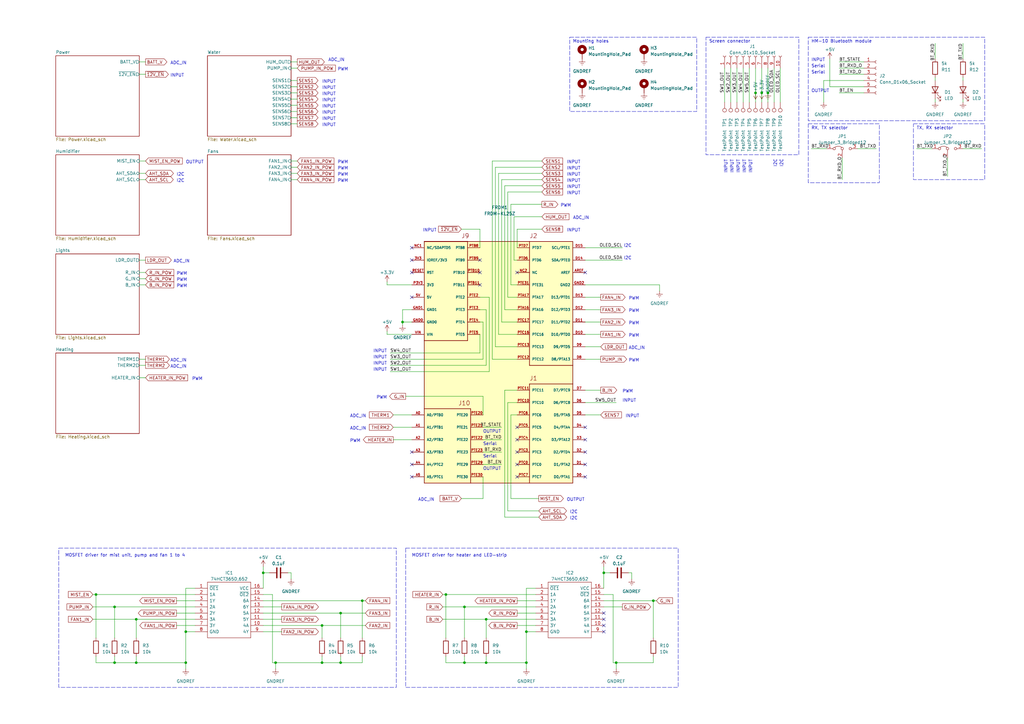
<source format=kicad_sch>
(kicad_sch (version 20230121) (generator eeschema)
  (paper "A3")
  (title_block (title "Greenhouse project FRDM-KL25Z hat") (date "18-03-2023") (rev "v5.0") (company "OnlyPlants") (comment 1 "Author: Emiel Visser"))
  (junction (at 199.39 271.78))
  (junction (at 215.9 271.78))
  (junction (at 148.59 246.38))
  (junction (at 215.9 259.08))
  (junction (at 247.65 234.95))
  (junction (at 55.88 254))
  (junction (at 190.5 271.78))
  (junction (at 139.7 271.78))
  (junction (at 267.97 246.38))
  (junction (at 46.99 248.92))
  (junction (at 309.88 38.1))
  (junction (at 107.95 234.95))
  (junction (at 132.08 271.78))
  (junction (at 199.39 254))
  (junction (at 190.5 248.92))
  (junction (at 132.08 256.54))
  (junction (at 76.2 259.08))
  (junction (at 182.88 243.84))
  (junction (at 55.88 271.78))
  (junction (at 113.03 271.78))
  (junction (at 252.73 271.78))
  (junction (at 39.37 243.84))
  (junction (at 46.99 271.78))
  (junction (at 312.42 38.1))
  (junction (at 139.7 251.46))
  (junction (at 314.96 38.1))
  (junction (at 165.1 132.08))
  (junction (at 76.2 271.78))
  (no_connect (at 212.09 175.26))
  (no_connect (at 247.65 251.46))
  (no_connect (at 247.65 254))
  (no_connect (at 168.91 121.92))
  (no_connect (at 212.09 195.58))
  (no_connect (at 240.03 175.26))
  (no_connect (at 212.09 190.5))
  (no_connect (at 212.09 111.76))
  (no_connect (at 240.03 185.42))
  (no_connect (at 212.09 185.42))
  (no_connect (at 240.03 190.5))
  (no_connect (at 247.65 259.08))
  (no_connect (at 212.09 180.34))
  (no_connect (at 240.03 111.76))
  (no_connect (at 168.91 111.76))
  (no_connect (at 168.91 106.68))
  (no_connect (at 240.03 180.34))
  (no_connect (at 196.85 111.76))
  (no_connect (at 168.91 190.5))
  (no_connect (at 196.85 116.84))
  (no_connect (at 168.91 195.58))
  (no_connect (at 168.91 185.42))
  (no_connect (at 247.65 256.54))
  (no_connect (at 240.03 195.58))
  (no_connect (at 196.85 106.68))
  (no_connect (at 168.91 101.6))
  (wire (pts (xy 182.88 271.78) (xy 190.5 271.78)))
  (wire (pts (xy 166.37 162.56) (xy 198.12 162.56)))
  (wire (pts (xy 198.12 190.5) (xy 205.74 190.5)))
  (wire (pts (xy 57.15 149.86) (xy 59.69 149.86)))
  (wire (pts (xy 222.25 73.66) (xy 205.74 73.66)))
  (wire (pts (xy 207.01 76.2) (xy 207.01 127)))
  (wire (pts (xy 209.55 83.82) (xy 209.55 116.84)))
  (wire (pts (xy 205.74 175.26) (xy 198.12 175.26)))
  (wire (pts (xy 259.08 234.95) (xy 257.81 234.95)))
  (wire (pts (xy 55.88 254) (xy 80.01 254)))
  (wire (pts (xy 119.38 25.4) (xy 121.92 25.4)))
  (wire (pts (xy 251.46 271.78) (xy 252.73 271.78)))
  (wire (pts (xy 240.03 165.1) (xy 252.73 165.1)))
  (wire (pts (xy 46.99 248.92) (xy 46.99 261.62)))
  (wire (pts (xy 375.92 60.96) (xy 382.27 60.96)))
  (wire (pts (xy 344.17 38.1) (xy 354.33 38.1)))
  (wire (pts (xy 139.7 251.46) (xy 149.86 251.46)))
  (wire (pts (xy 198.12 162.56) (xy 198.12 170.18)))
  (wire (pts (xy 222.25 68.58) (xy 203.2 68.58)))
  (wire (pts (xy 182.88 243.84) (xy 182.88 261.62)))
  (wire (pts (xy 160.02 147.32) (xy 198.12 147.32)))
  (wire (pts (xy 222.25 88.9) (xy 210.82 88.9)))
  (wire (pts (xy 247.65 243.84) (xy 251.46 243.84)))
  (wire (pts (xy 189.23 204.47) (xy 198.12 204.47)))
  (wire (pts (xy 199.39 127) (xy 196.85 127)))
  (wire (pts (xy 148.59 246.38) (xy 149.86 246.38)))
  (wire (pts (xy 165.1 132.08) (xy 165.1 127)))
  (wire (pts (xy 57.15 73.66) (xy 59.69 73.66)))
  (wire (pts (xy 240.03 101.6) (xy 255.27 101.6)))
  (wire (pts (xy 219.71 241.3) (xy 215.9 241.3)))
  (wire (pts (xy 344.17 27.94) (xy 354.33 27.94)))
  (wire (pts (xy 302.26 27.94) (xy 302.26 41.91)))
  (wire (pts (xy 215.9 259.08) (xy 219.71 259.08)))
  (wire (pts (xy 314.96 41.91) (xy 314.96 38.1)))
  (wire (pts (xy 46.99 248.92) (xy 80.01 248.92)))
  (wire (pts (xy 119.38 234.95) (xy 118.11 234.95)))
  (wire (pts (xy 39.37 271.78) (xy 39.37 269.24)))
  (wire (pts (xy 215.9 274.32) (xy 215.9 271.78)))
  (wire (pts (xy 190.5 271.78) (xy 199.39 271.78)))
  (wire (pts (xy 388.62 64.77) (xy 388.62 72.39)))
  (wire (pts (xy 198.12 132.08) (xy 196.85 132.08)))
  (wire (pts (xy 139.7 269.24) (xy 139.7 271.78)))
  (wire (pts (xy 240.03 127) (xy 246.38 127)))
  (wire (pts (xy 182.88 271.78) (xy 182.88 269.24)))
  (wire (pts (xy 198.12 185.42) (xy 205.74 185.42)))
  (wire (pts (xy 107.95 234.95) (xy 110.49 234.95)))
  (wire (pts (xy 76.2 259.08) (xy 76.2 271.78)))
  (wire (pts (xy 168.91 132.08) (xy 165.1 132.08)))
  (wire (pts (xy 57.15 116.84) (xy 59.69 116.84)))
  (wire (pts (xy 196.85 144.78) (xy 196.85 137.16)))
  (wire (pts (xy 165.1 133.35) (xy 165.1 132.08)))
  (wire (pts (xy 107.95 246.38) (xy 148.59 246.38)))
  (wire (pts (xy 107.95 243.84) (xy 111.76 243.84)))
  (wire (pts (xy 212.09 256.54) (xy 219.71 256.54)))
  (wire (pts (xy 39.37 243.84) (xy 39.37 261.62)))
  (wire (pts (xy 119.38 43.18) (xy 121.92 43.18)))
  (wire (pts (xy 317.5 27.94) (xy 317.5 41.91)))
  (wire (pts (xy 76.2 274.32) (xy 76.2 271.78)))
  (wire (pts (xy 38.1 254) (xy 55.88 254)))
  (wire (pts (xy 132.08 271.78) (xy 113.03 271.78)))
  (wire (pts (xy 132.08 256.54) (xy 149.86 256.54)))
  (wire (pts (xy 209.55 204.47) (xy 209.55 170.18)))
  (wire (pts (xy 240.03 170.18) (xy 246.38 170.18)))
  (wire (pts (xy 57.15 106.68) (xy 59.69 106.68)))
  (wire (pts (xy 132.08 269.24) (xy 132.08 271.78)))
  (wire (pts (xy 383.54 40.64) (xy 383.54 41.91)))
  (wire (pts (xy 309.88 38.1) (xy 309.88 41.91)))
  (wire (pts (xy 198.12 204.47) (xy 198.12 195.58)))
  (wire (pts (xy 39.37 271.78) (xy 46.99 271.78)))
  (wire (pts (xy 320.04 27.94) (xy 320.04 41.91)))
  (wire (pts (xy 383.54 17.78) (xy 383.54 24.13)))
  (wire (pts (xy 119.38 27.94) (xy 121.92 27.94)))
  (wire (pts (xy 38.1 248.92) (xy 46.99 248.92)))
  (wire (pts (xy 247.65 234.95) (xy 247.65 241.3)))
  (wire (pts (xy 240.03 106.68) (xy 255.27 106.68)))
  (wire (pts (xy 80.01 241.3) (xy 76.2 241.3)))
  (wire (pts (xy 212.09 246.38) (xy 219.71 246.38)))
  (wire (pts (xy 220.98 209.55) (xy 208.28 209.55)))
  (wire (pts (xy 161.29 180.34) (xy 168.91 180.34)))
  (wire (pts (xy 240.03 142.24) (xy 246.38 142.24)))
  (wire (pts (xy 314.96 27.94) (xy 314.96 38.1)))
  (wire (pts (xy 215.9 259.08) (xy 215.9 271.78)))
  (wire (pts (xy 252.73 271.78) (xy 267.97 271.78)))
  (wire (pts (xy 270.51 116.84) (xy 240.03 116.84)))
  (wire (pts (xy 107.95 234.95) (xy 107.95 241.3)))
  (wire (pts (xy 190.5 269.24) (xy 190.5 271.78)))
  (wire (pts (xy 309.88 27.94) (xy 309.88 38.1)))
  (wire (pts (xy 107.95 232.41) (xy 107.95 234.95)))
  (wire (pts (xy 107.95 256.54) (xy 132.08 256.54)))
  (wire (pts (xy 222.25 71.12) (xy 204.47 71.12)))
  (wire (pts (xy 158.75 115.57) (xy 158.75 116.84)))
  (wire (pts (xy 57.15 71.12) (xy 59.69 71.12)))
  (wire (pts (xy 222.25 66.04) (xy 201.93 66.04)))
  (wire (pts (xy 212.09 251.46) (xy 219.71 251.46)))
  (wire (pts (xy 267.97 246.38) (xy 269.24 246.38)))
  (wire (pts (xy 119.38 33.02) (xy 121.92 33.02)))
  (wire (pts (xy 220.98 212.09) (xy 207.01 212.09)))
  (wire (pts (xy 220.98 204.47) (xy 209.55 204.47)))
  (wire (pts (xy 160.02 144.78) (xy 196.85 144.78)))
  (wire (pts (xy 160.02 152.4) (xy 200.66 152.4)))
  (wire (pts (xy 394.97 17.78) (xy 394.97 24.13)))
  (wire (pts (xy 190.5 248.92) (xy 190.5 261.62)))
  (wire (pts (xy 72.39 256.54) (xy 80.01 256.54)))
  (wire (pts (xy 208.28 209.55) (xy 208.28 165.1)))
  (wire (pts (xy 57.15 25.4) (xy 59.69 25.4)))
  (wire (pts (xy 240.03 147.32) (xy 246.38 147.32)))
  (wire (pts (xy 198.12 147.32) (xy 198.12 132.08)))
  (wire (pts (xy 113.03 271.78) (xy 113.03 274.32)))
  (wire (pts (xy 240.03 132.08) (xy 246.38 132.08)))
  (wire (pts (xy 337.82 33.02) (xy 354.33 33.02)))
  (wire (pts (xy 46.99 269.24) (xy 46.99 271.78)))
  (wire (pts (xy 57.15 30.48) (xy 59.69 30.48)))
  (wire (pts (xy 247.65 232.41) (xy 247.65 234.95)))
  (wire (pts (xy 158.75 135.89) (xy 158.75 137.16)))
  (wire (pts (xy 57.15 66.04) (xy 59.69 66.04)))
  (wire (pts (xy 240.03 121.92) (xy 246.38 121.92)))
  (wire (pts (xy 209.55 170.18) (xy 212.09 170.18)))
  (wire (pts (xy 38.1 243.84) (xy 39.37 243.84)))
  (wire (pts (xy 337.82 41.91) (xy 337.82 33.02)))
  (wire (pts (xy 111.76 271.78) (xy 113.03 271.78)))
  (wire (pts (xy 119.38 66.04) (xy 121.92 66.04)))
  (wire (pts (xy 181.61 248.92) (xy 190.5 248.92)))
  (wire (pts (xy 209.55 116.84) (xy 212.09 116.84)))
  (wire (pts (xy 119.38 237.49) (xy 119.38 234.95)))
  (wire (pts (xy 307.34 27.94) (xy 307.34 41.91)))
  (wire (pts (xy 207.01 160.02) (xy 212.09 160.02)))
  (wire (pts (xy 160.02 149.86) (xy 199.39 149.86)))
  (wire (pts (xy 240.03 160.02) (xy 246.38 160.02)))
  (wire (pts (xy 182.88 243.84) (xy 219.71 243.84)))
  (wire (pts (xy 76.2 241.3) (xy 76.2 259.08)))
  (wire (pts (xy 270.51 119.38) (xy 270.51 116.84)))
  (wire (pts (xy 208.28 78.74) (xy 208.28 121.92)))
  (wire (pts (xy 119.38 45.72) (xy 121.92 45.72)))
  (wire (pts (xy 107.95 259.08) (xy 115.57 259.08)))
  (wire (pts (xy 297.18 27.94) (xy 297.18 41.91)))
  (wire (pts (xy 107.95 254) (xy 115.57 254)))
  (wire (pts (xy 119.38 35.56) (xy 121.92 35.56)))
  (wire (pts (xy 351.79 60.96) (xy 359.41 60.96)))
  (wire (pts (xy 196.85 93.98) (xy 196.85 101.6)))
  (wire (pts (xy 299.72 27.94) (xy 299.72 41.91)))
  (wire (pts (xy 201.93 147.32) (xy 212.09 147.32)))
  (wire (pts (xy 161.29 170.18) (xy 168.91 170.18)))
  (wire (pts (xy 208.28 165.1) (xy 212.09 165.1)))
  (wire (pts (xy 304.8 27.94) (xy 304.8 41.91)))
  (wire (pts (xy 119.38 38.1) (xy 121.92 38.1)))
  (wire (pts (xy 207.01 127) (xy 212.09 127)))
  (wire (pts (xy 383.54 31.75) (xy 383.54 33.02)))
  (wire (pts (xy 312.42 41.91) (xy 312.42 38.1)))
  (wire (pts (xy 247.65 234.95) (xy 250.19 234.95)))
  (wire (pts (xy 208.28 121.92) (xy 212.09 121.92)))
  (wire (pts (xy 148.59 271.78) (xy 139.7 271.78)))
  (wire (pts (xy 267.97 246.38) (xy 267.97 261.62)))
  (wire (pts (xy 148.59 269.24) (xy 148.59 271.78)))
  (wire (pts (xy 222.25 83.82) (xy 209.55 83.82)))
  (wire (pts (xy 312.42 27.94) (xy 312.42 38.1)))
  (wire (pts (xy 158.75 116.84) (xy 168.91 116.84)))
  (wire (pts (xy 139.7 251.46) (xy 139.7 261.62)))
  (wire (pts (xy 204.47 137.16) (xy 212.09 137.16)))
  (wire (pts (xy 148.59 246.38) (xy 148.59 261.62)))
  (wire (pts (xy 394.97 60.96) (xy 402.59 60.96)))
  (wire (pts (xy 394.97 40.64) (xy 394.97 41.91)))
  (wire (pts (xy 119.38 68.58) (xy 121.92 68.58)))
  (wire (pts (xy 204.47 71.12) (xy 204.47 137.16)))
  (wire (pts (xy 119.38 73.66) (xy 121.92 73.66)))
  (wire (pts (xy 76.2 259.08) (xy 80.01 259.08)))
  (wire (pts (xy 354.33 35.56) (xy 340.36 35.56)))
  (wire (pts (xy 203.2 68.58) (xy 203.2 142.24)))
  (wire (pts (xy 107.95 248.92) (xy 115.57 248.92)))
  (wire (pts (xy 215.9 241.3) (xy 215.9 259.08)))
  (wire (pts (xy 252.73 271.78) (xy 252.73 274.32)))
  (wire (pts (xy 72.39 251.46) (xy 80.01 251.46)))
  (wire (pts (xy 46.99 271.78) (xy 55.88 271.78)))
  (wire (pts (xy 247.65 248.92) (xy 255.27 248.92)))
  (wire (pts (xy 344.17 25.4) (xy 354.33 25.4)))
  (wire (pts (xy 205.74 132.08) (xy 212.09 132.08)))
  (wire (pts (xy 251.46 243.84) (xy 251.46 271.78)))
  (wire (pts (xy 203.2 142.24) (xy 212.09 142.24)))
  (wire (pts (xy 107.95 251.46) (xy 139.7 251.46)))
  (wire (pts (xy 199.39 271.78) (xy 215.9 271.78)))
  (wire (pts (xy 119.38 50.8) (xy 121.92 50.8)))
  (wire (pts (xy 119.38 40.64) (xy 121.92 40.64)))
  (wire (pts (xy 189.23 93.98) (xy 196.85 93.98)))
  (wire (pts (xy 72.39 246.38) (xy 80.01 246.38)))
  (wire (pts (xy 199.39 149.86) (xy 199.39 127)))
  (wire (pts (xy 55.88 254) (xy 55.88 261.62)))
  (wire (pts (xy 161.29 175.26) (xy 168.91 175.26)))
  (wire (pts (xy 57.15 147.32) (xy 59.69 147.32)))
  (wire (pts (xy 332.74 60.96) (xy 339.09 60.96)))
  (wire (pts (xy 199.39 254) (xy 199.39 261.62)))
  (wire (pts (xy 394.97 31.75) (xy 394.97 33.02)))
  (wire (pts (xy 119.38 48.26) (xy 121.92 48.26)))
  (wire (pts (xy 210.82 88.9) (xy 210.82 106.68)))
  (wire (pts (xy 240.03 137.16) (xy 246.38 137.16)))
  (wire (pts (xy 139.7 271.78) (xy 132.08 271.78)))
  (wire (pts (xy 158.75 137.16) (xy 168.91 137.16)))
  (wire (pts (xy 119.38 71.12) (xy 121.92 71.12)))
  (wire (pts (xy 199.39 269.24) (xy 199.39 271.78)))
  (wire (pts (xy 39.37 243.84) (xy 80.01 243.84)))
  (wire (pts (xy 57.15 111.76) (xy 59.69 111.76)))
  (wire (pts (xy 222.25 76.2) (xy 207.01 76.2)))
  (wire (pts (xy 247.65 246.38) (xy 267.97 246.38)))
  (wire (pts (xy 55.88 271.78) (xy 76.2 271.78)))
  (wire (pts (xy 212.09 93.98) (xy 212.09 101.6)))
  (wire (pts (xy 200.66 121.92) (xy 196.85 121.92)))
  (wire (pts (xy 207.01 212.09) (xy 207.01 160.02)))
  (wire (pts (xy 345.44 73.66) (xy 345.44 64.77)))
  (wire (pts (xy 181.61 254) (xy 199.39 254)))
  (wire (pts (xy 132.08 256.54) (xy 132.08 261.62)))
  (wire (pts (xy 201.93 66.04) (xy 201.93 147.32)))
  (wire (pts (xy 212.09 93.98) (xy 222.25 93.98)))
  (wire (pts (xy 57.15 154.94) (xy 59.69 154.94)))
  (wire (pts (xy 344.17 30.48) (xy 354.33 30.48)))
  (wire (pts (xy 200.66 152.4) (xy 200.66 121.92)))
  (wire (pts (xy 259.08 237.49) (xy 259.08 234.95)))
  (wire (pts (xy 111.76 243.84) (xy 111.76 271.78)))
  (wire (pts (xy 181.61 243.84) (xy 182.88 243.84)))
  (wire (pts (xy 57.15 114.3) (xy 59.69 114.3)))
  (wire (pts (xy 267.97 269.24) (xy 267.97 271.78)))
  (wire (pts (xy 340.36 24.13) (xy 340.36 35.56)))
  (wire (pts (xy 190.5 248.92) (xy 219.71 248.92)))
  (wire (pts (xy 222.25 78.74) (xy 208.28 78.74)))
  (wire (pts (xy 55.88 269.24) (xy 55.88 271.78)))
  (wire (pts (xy 210.82 106.68) (xy 212.09 106.68)))
  (wire (pts (xy 205.74 73.66) (xy 205.74 132.08)))
  (wire (pts (xy 198.12 180.34) (xy 205.74 180.34)))
  (wire (pts (xy 165.1 127) (xy 168.91 127)))
  (wire (pts (xy 199.39 254) (xy 219.71 254)))
  (rectangle (start 289.56 15.24) (end 327.66 63.5) (stroke (width 0) (type dash)))
  (rectangle (start 374.65 50.8) (end 403.86 73.66) (stroke (width 0) (type dash)))
  (rectangle (start 166.37 224.79) (end 278.13 281.94) (stroke (width 0) (type dash)))
  (rectangle (start 331.47 50.8) (end 360.68 74.93) (stroke (width 0) (type dash)))
  (rectangle (start 24.13 224.79) (end 162.56 281.94) (stroke (width 0) (type dash)))
  (rectangle (start 331.47 15.24) (end 403.86 49.53) (stroke (width 0) (type dash)))
  (rectangle (start 233.68 15.24) (end 285.75 45.72) (stroke (width 0) (type dash)))
  (text "INPUT" (at 69.85 31.75 0) (effects (font (size 1.27 1.27)) (justify left bottom)))
  (text "I2C" (at 233.68 210.82 0) (effects (font (size 1.27 1.27)) (justify left bottom)))
  (text "ADC_IN" (at 71.12 107.95 0) (effects (font (size 1.27 1.27)) (justify left bottom)))
  (text "INPUT" (at 232.41 67.31 0) (effects (font (size 1.27 1.27)) (justify left bottom)))
  (text "ADC_IN" (at 69.85 151.13 0) (effects (font (size 1.27 1.27)) (justify left bottom)))
  (text "INPUT" (at 332.74 25.4 0) (effects (font (size 1.27 1.27)) (justify left bottom)))
  (text "ADC_IN" (at 134.62 25.4 0) (effects (font (size 1.27 1.27)) (justify left bottom)))
  (text "PWM" (at 257.81 133.35 0) (effects (font (size 1.27 1.27)) (justify left bottom)))
  (text "OUTPUT" (at 232.41 205.74 0) (effects (font (size 1.27 1.27)) (justify left bottom)))
  (text "I2C" (at 259.08 106.68 0) (effects (font (size 1.27 1.27)) (justify right bottom)))
  (text "INPUT" (at 306.07 71.12 90) (effects (font (size 1.27 1.27)) (justify left bottom)))
  (text "INPUT" (at 232.41 69.85 0) (effects (font (size 1.27 1.27)) (justify left bottom)))
  (text "TX, RX selector" (at 375.92 53.34 0) (effects (font (size 1.27 1.27)) (justify left bottom)))
  (text "INPUT" (at 232.41 95.25 0) (effects (font (size 1.27 1.27)) (justify left bottom)))
  (text "I2C" (at 321.31 68.58 90) (effects (font (size 1.27 1.27)) (justify left bottom)))
  (text "PWM" (at 78.74 156.21 0) (effects (font (size 1.27 1.27)) (justify left bottom)))
  (text "PWM" (at 257.81 148.59 0) (effects (font (size 1.27 1.27)) (justify left bottom)))
  (text "ADC_IN" (at 143.51 171.45 0) (effects (font (size 1.27 1.27)) (justify left bottom)))
  (text "INPUT" (at 132.08 46.99 0) (effects (font (size 1.27 1.27)) (justify left bottom)))
  (text "Screen connector" (at 290.83 17.78 0) (effects (font (size 1.27 1.27)) (justify left bottom)))
  (text "PWM" (at 72.39 118.11 0) (effects (font (size 1.27 1.27)) (justify left bottom)))
  (text "INPUT" (at 300.99 71.12 90) (effects (font (size 1.27 1.27)) (justify left bottom)))
  (text "INPUT" (at 232.41 77.47 0) (effects (font (size 1.27 1.27)) (justify left bottom)))
  (text "I2C" (at 318.77 68.58 90) (effects (font (size 1.27 1.27)) (justify left bottom)))
  (text "INPUT" (at 158.75 147.32 0) (effects (font (size 1.27 1.27)) (justify right bottom)))
  (text "PWM" (at 257.81 138.43 0) (effects (font (size 1.27 1.27)) (justify left bottom)))
  (text "PWM" (at 143.51 181.61 0) (effects (font (size 1.27 1.27)) (justify left bottom)))
  (text "I2C" (at 72.39 72.39 0) (effects (font (size 1.27 1.27)) (justify left bottom)))
  (text "OUTPUT" (at 198.12 193.04 0) (effects (font (size 1.27 1.27)) (justify left bottom)))
  (text "PWM" (at 138.43 67.31 0) (effects (font (size 1.27 1.27)) (justify left bottom)))
  (text "INPUT" (at 256.54 171.45 0) (effects (font (size 1.27 1.27)) (justify left bottom)))
  (text "INPUT" (at 308.61 71.12 90) (effects (font (size 1.27 1.27)) (justify left bottom)))
  (text "ADC_IN" (at 69.85 148.59 0) (effects (font (size 1.27 1.27)) (justify left bottom)))
  (text "PWM" (at 138.43 29.21 0) (effects (font (size 1.27 1.27)) (justify left bottom)))
  (text "ADC_IN" (at 171.45 205.74 0) (effects (font (size 1.27 1.27)) (justify left bottom)))
  (text "INPUT" (at 132.08 41.91 0) (effects (font (size 1.27 1.27)) (justify left bottom)))
  (text "PWM" (at 72.39 115.57 0) (effects (font (size 1.27 1.27)) (justify left bottom)))
  (text "PWM" (at 255.27 161.29 0) (effects (font (size 1.27 1.27)) (justify left bottom)))
  (text "PWM" (at 257.81 123.19 0) (effects (font (size 1.27 1.27)) (justify left bottom)))
  (text "I2C" (at 233.68 213.36 0) (effects (font (size 1.27 1.27)) (justify left bottom)))
  (text "INPUT" (at 132.08 34.29 0) (effects (font (size 1.27 1.27)) (justify left bottom)))
  (text "Serial" (at 332.74 27.94 0) (effects (font (size 1.27 1.27)) (justify left bottom)))
  (text "MOSFET driver for heater and LED-strip" (at 168.91 228.6 0) (effects (font (size 1.27 1.27)) (justify left bottom)))
  (text "Serial" (at 198.12 187.96 0) (effects (font (size 1.27 1.27)) (justify left bottom)))
  (text "Mounting holes" (at 234.95 17.78 0) (effects (font (size 1.27 1.27)) (justify left bottom)))
  (text "INPUT" (at 132.08 36.83 0) (effects (font (size 1.27 1.27)) (justify left bottom)))
  (text "Serial" (at 198.12 182.88 0) (effects (font (size 1.27 1.27)) (justify left bottom)))
  (text "PWM" (at 158.75 163.83 0) (effects (font (size 1.27 1.27)) (justify right bottom)))
  (text "OUTPUT" (at 332.74 38.1 0) (effects (font (size 1.27 1.27)) (justify left bottom)))
  (text "INPUT" (at 158.75 152.4 0) (effects (font (size 1.27 1.27)) (justify right bottom)))
  (text "ADC_IN" (at 143.51 176.53 0) (effects (font (size 1.27 1.27)) (justify left bottom)))
  (text "PWM" (at 138.43 72.39 0) (effects (font (size 1.27 1.27)) (justify left bottom)))
  (text "MOSFET driver for mist unit, pump and fan 1 to 4" (at 26.67 228.6 0) (effects (font (size 1.27 1.27)) (justify left bottom)))
  (text "HM-10 Bluetooth module" (at 332.74 17.78 0) (effects (font (size 1.27 1.27)) (justify left bottom)))
  (text "Serial" (at 332.74 30.48 0) (effects (font (size 1.27 1.27)) (justify left bottom)))
  (text "PWM" (at 229.87 85.09 0) (effects (font (size 1.27 1.27)) (justify left bottom)))
  (text "ADC_IN" (at 257.81 143.51 0) (effects (font (size 1.27 1.27)) (justify left bottom)))
  (text "INPUT" (at 158.75 149.86 0) (effects (font (size 1.27 1.27)) (justify right bottom)))
  (text "INPUT" (at 232.41 80.01 0) (effects (font (size 1.27 1.27)) (justify left bottom)))
  (text "RX, TX selector" (at 332.74 53.34 0) (effects (font (size 1.27 1.27)) (justify left bottom)))
  (text "ADC_IN" (at 69.85 26.67 0) (effects (font (size 1.27 1.27)) (justify left bottom)))
  (text "PWM" (at 138.43 74.93 0) (effects (font (size 1.27 1.27)) (justify left bottom)))
  (text "INPUT" (at 303.53 71.12 90) (effects (font (size 1.27 1.27)) (justify left bottom)))
  (text "I2C" (at 259.08 101.6 0) (effects (font (size 1.27 1.27)) (justify right bottom)))
  (text "INPUT" (at 232.41 74.93 0) (effects (font (size 1.27 1.27)) (justify left bottom)))
  (text "INPUT" (at 132.08 39.37 0) (effects (font (size 1.27 1.27)) (justify left bottom)))
  (text "INPUT" (at 132.08 52.07 0) (effects (font (size 1.27 1.27)) (justify left bottom)))
  (text "INPUT" (at 232.41 72.39 0) (effects (font (size 1.27 1.27)) (justify left bottom)))
  (text "INPUT" (at 179.07 95.25 0) (effects (font (size 1.27 1.27)) (justify right bottom)))
  (text "INPUT" (at 298.45 71.12 90) (effects (font (size 1.27 1.27)) (justify left bottom)))
  (text "ADC_IN" (at 234.95 90.17 0) (effects (font (size 1.27 1.27)) (justify left bottom)))
  (text "INPUT" (at 132.08 44.45 0) (effects (font (size 1.27 1.27)) (justify left bottom)))
  (text "I2C" (at 72.39 74.93 0) (effects (font (size 1.27 1.27)) (justify left bottom)))
  (text "PWM" (at 72.39 113.03 0) (effects (font (size 1.27 1.27)) (justify left bottom)))
  (text "INPUT" (at 255.27 165.1 0) (effects (font (size 1.27 1.27)) (justify left bottom)))
  (text "PWM" (at 138.43 69.85 0) (effects (font (size 1.27 1.27)) (justify left bottom)))
  (text "INPUT" (at 132.08 49.53 0) (effects (font (size 1.27 1.27)) (justify left bottom)))
  (text "OUTPUT" (at 76.2 67.31 0) (effects (font (size 1.27 1.27)) (justify left bottom)))
  (text "INPUT" (at 158.75 144.78 0) (effects (font (size 1.27 1.27)) (justify right bottom)))
  (text "OUTPUT" (at 198.12 177.8 0) (effects (font (size 1.27 1.27)) (justify left bottom)))
  (text "PWM" (at 257.81 128.27 0) (effects (font (size 1.27 1.27)) (justify left bottom)))
  (label "BT_RXD" (at 332.74 60.96 0))
  (label "BT_EN" (at 205.74 190.5 180))
  (label "SW1_OUT" (at 297.18 38.1 90))
  (label "BT_STATE" (at 344.17 25.4 0))
  (label "SW5_OUT" (at 252.73 165.1 180))
  (label "SW3_OUT" (at 160.02 147.32 0))
  (label "BT_TXD" (at 359.41 60.96 180))
  (label "BT_STATE" (at 205.74 175.26 180))
  (label "SW1_OUT" (at 160.02 152.4 0))
  (label "SW2_OUT" (at 299.72 38.1 90))
  (label "OLED_SDA" (at 317.5 38.1 90))
  (label "OLED_SCL" (at 320.04 38.1 90))
  (label "BT_RXD" (at 402.59 60.96 180))
  (label "OLED_SDA" (at 255.27 106.68 180))
  (label "BT_EN" (at 344.17 38.1 0))
  (label "SW4_OUT" (at 304.8 38.1 90))
  (label "BT_TXD" (at 205.74 180.34 180))
  (label "SW4_OUT" (at 160.02 144.78 0))
  (label "SW2_OUT" (at 160.02 149.86 0))
  (label "SW3_OUT" (at 302.26 38.1 90))
  (label "BT_TXD_O" (at 388.62 72.39 90))
  (label "OLED_SCL" (at 255.27 101.6 180))
  (label "SW5_OUT" (at 307.34 38.1 90))
  (label "BT_RXD_O" (at 345.44 73.66 90))
  (label "BT_RXD_O" (at 344.17 27.94 0))
  (label "BT_RXD" (at 383.54 17.78 270))
  (label "BT_TXD_O" (at 344.17 30.48 0))
  (label "BT_TXD" (at 375.92 60.96 0))
  (label "BT_RXD" (at 205.74 185.42 180))
  (label "BT_TXD" (at 394.97 17.78 270))
  (global_label "R_IN_POW" (shape input) (at 59.69 111.76 0) (property "Intersheetrefs" "${INTERSHEET_REFS}" (effects hide)))
  (global_label "~{12V_EN}" (shape input) (at 189.23 93.98 180) (property "Intersheetrefs" "${INTERSHEET_REFS}" (effects hide)))
  (global_label "R_IN" (shape output) (at 222.25 83.82 0) (property "Intersheetrefs" "${INTERSHEET_REFS}" (effects hide)))
  (global_label "PUMP_IN_POW" (shape input) (at 121.92 27.94 0) (property "Intersheetrefs" "${INTERSHEET_REFS}" (effects hide)))
  (global_label "FAN3_IN_POW" (shape output) (at 115.57 254 0) (property "Intersheetrefs" "${INTERSHEET_REFS}" (effects hide)))
  (global_label "HEATER_IN" (shape output) (at 161.29 180.34 180) (property "Intersheetrefs" "${INTERSHEET_REFS}" (effects hide)))
  (global_label "B_IN" (shape input) (at 181.61 254 180) (property "Intersheetrefs" "${INTERSHEET_REFS}" (effects hide)))
  (global_label "MIST_EN" (shape input) (at 38.1 243.84 180) (property "Intersheetrefs" "${INTERSHEET_REFS}" (effects hide)))
  (global_label "MIST_EN_POW" (shape output) (at 72.39 246.38 180) (property "Intersheetrefs" "${INTERSHEET_REFS}" (effects hide)))
  (global_label "HUM_OUT" (shape input) (at 222.25 88.9 0) (property "Intersheetrefs" "${INTERSHEET_REFS}" (effects hide)))
  (global_label "FAN1_IN_POW" (shape input) (at 121.92 66.04 0) (property "Intersheetrefs" "${INTERSHEET_REFS}" (effects hide)))
  (global_label "B_IN_POW" (shape output) (at 212.09 256.54 180) (property "Intersheetrefs" "${INTERSHEET_REFS}" (effects hide)))
  (global_label "PUMP_IN_POW" (shape output) (at 72.39 251.46 180) (property "Intersheetrefs" "${INTERSHEET_REFS}" (effects hide)))
  (global_label "G_IN_POW" (shape output) (at 255.27 248.92 0) (property "Intersheetrefs" "${INTERSHEET_REFS}" (effects hide)))
  (global_label "AHT_SDA" (shape bidirectional) (at 59.69 71.12 0) (property "Intersheetrefs" "${INTERSHEET_REFS}" (effects hide)))
  (global_label "~{12V_EN}" (shape output) (at 59.69 30.48 0) (property "Intersheetrefs" "${INTERSHEET_REFS}" (effects hide)))
  (global_label "G_IN" (shape input) (at 269.24 246.38 0) (property "Intersheetrefs" "${INTERSHEET_REFS}" (effects hide)))
  (global_label "R_IN_POW" (shape output) (at 212.09 251.46 180) (property "Intersheetrefs" "${INTERSHEET_REFS}" (effects hide)))
  (global_label "MIST_EN" (shape output) (at 220.98 204.47 0) (property "Intersheetrefs" "${INTERSHEET_REFS}" (effects hide)))
  (global_label "SENS4" (shape output) (at 121.92 40.64 0) (property "Intersheetrefs" "${INTERSHEET_REFS}" (effects hide)))
  (global_label "FAN1_IN" (shape input) (at 38.1 254 180) (property "Intersheetrefs" "${INTERSHEET_REFS}" (effects hide)))
  (global_label "SENS6" (shape output) (at 121.92 45.72 0) (property "Intersheetrefs" "${INTERSHEET_REFS}" (effects hide)))
  (global_label "SENS6" (shape input) (at 222.25 78.74 0) (property "Intersheetrefs" "${INTERSHEET_REFS}" (effects hide)))
  (global_label "SENS1" (shape output) (at 121.92 33.02 0) (property "Intersheetrefs" "${INTERSHEET_REFS}" (effects hide)))
  (global_label "HUM_OUT" (shape output) (at 121.92 25.4 0) (property "Intersheetrefs" "${INTERSHEET_REFS}" (effects hide)))
  (global_label "SENS4" (shape input) (at 222.25 73.66 0) (property "Intersheetrefs" "${INTERSHEET_REFS}" (effects hide)))
  (global_label "AHT_SDA" (shape bidirectional) (at 220.98 212.09 0) (property "Intersheetrefs" "${INTERSHEET_REFS}" (effects hide)))
  (global_label "HEATER_IN" (shape input) (at 181.61 243.84 180) (property "Intersheetrefs" "${INTERSHEET_REFS}" (effects hide)))
  (global_label "BATT_V" (shape input) (at 189.23 204.47 180) (property "Intersheetrefs" "${INTERSHEET_REFS}" (effects hide)))
  (global_label "MIST_EN_POW" (shape input) (at 59.69 66.04 0) (property "Intersheetrefs" "${INTERSHEET_REFS}" (effects hide)))
  (global_label "FAN2_IN" (shape output) (at 246.38 132.08 0) (property "Intersheetrefs" "${INTERSHEET_REFS}" (effects hide)))
  (global_label "FAN1_IN" (shape output) (at 246.38 137.16 0) (property "Intersheetrefs" "${INTERSHEET_REFS}" (effects hide)))
  (global_label "SENS1" (shape input) (at 222.25 66.04 0) (property "Intersheetrefs" "${INTERSHEET_REFS}" (effects hide)))
  (global_label "SENS7" (shape input) (at 246.38 170.18 0) (property "Intersheetrefs" "${INTERSHEET_REFS}" (effects hide)))
  (global_label "THERM2" (shape input) (at 161.29 175.26 180) (property "Intersheetrefs" "${INTERSHEET_REFS}" (effects hide)))
  (global_label "BATT_V" (shape output) (at 59.69 25.4 0) (property "Intersheetrefs" "${INTERSHEET_REFS}" (effects hide)))
  (global_label "FAN3_IN" (shape output) (at 246.38 127 0) (property "Intersheetrefs" "${INTERSHEET_REFS}" (effects hide)))
  (global_label "SENS3" (shape input) (at 222.25 71.12 0) (property "Intersheetrefs" "${INTERSHEET_REFS}" (effects hide)))
  (global_label "FAN2_IN_POW" (shape output) (at 115.57 259.08 0) (property "Intersheetrefs" "${INTERSHEET_REFS}" (effects hide)))
  (global_label "LDR_OUT" (shape input) (at 246.38 142.24 0) (property "Intersheetrefs" "${INTERSHEET_REFS}" (effects hide)))
  (global_label "PUMP_IN" (shape input) (at 38.1 248.92 180) (property "Intersheetrefs" "${INTERSHEET_REFS}" (effects hide)))
  (global_label "B_IN" (shape output) (at 246.38 160.02 0) (property "Intersheetrefs" "${INTERSHEET_REFS}" (effects hide)))
  (global_label "PUMP_IN" (shape output) (at 246.38 147.32 0) (property "Intersheetrefs" "${INTERSHEET_REFS}" (effects hide)))
  (global_label "THERM1" (shape output) (at 59.69 147.32 0) (property "Intersheetrefs" "${INTERSHEET_REFS}" (effects hide)))
  (global_label "G_IN" (shape output) (at 166.37 162.56 180) (property "Intersheetrefs" "${INTERSHEET_REFS}" (effects hide)))
  (global_label "HEATER_IN_POW" (shape input) (at 59.69 154.94 0) (property "Intersheetrefs" "${INTERSHEET_REFS}" (effects hide)))
  (global_label "THERM2" (shape output) (at 59.69 149.86 0) (property "Intersheetrefs" "${INTERSHEET_REFS}" (effects hide)))
  (global_label "FAN4_IN_POW" (shape input) (at 121.92 73.66 0) (property "Intersheetrefs" "${INTERSHEET_REFS}" (effects hide)))
  (global_label "FAN4_IN_POW" (shape output) (at 115.57 248.92 0) (property "Intersheetrefs" "${INTERSHEET_REFS}" (effects hide)))
  (global_label "SENS5" (shape output) (at 121.92 43.18 0) (property "Intersheetrefs" "${INTERSHEET_REFS}" (effects hide)))
  (global_label "FAN3_IN_POW" (shape input) (at 121.92 71.12 0) (property "Intersheetrefs" "${INTERSHEET_REFS}" (effects hide)))
  (global_label "AHT_SCL" (shape bidirectional) (at 220.98 209.55 0) (property "Intersheetrefs" "${INTERSHEET_REFS}" (effects hide)))
  (global_label "HEATER_IN_POW" (shape output) (at 212.09 246.38 180) (property "Intersheetrefs" "${INTERSHEET_REFS}" (effects hide)))
  (global_label "R_IN" (shape input) (at 181.61 248.92 180) (property "Intersheetrefs" "${INTERSHEET_REFS}" (effects hide)))
  (global_label "G_IN_POW" (shape input) (at 59.69 114.3 0) (property "Intersheetrefs" "${INTERSHEET_REFS}" (effects hide)))
  (global_label "SENS7" (shape output) (at 121.92 48.26 0) (property "Intersheetrefs" "${INTERSHEET_REFS}" (effects hide)))
  (global_label "SENS3" (shape output) (at 121.92 38.1 0) (property "Intersheetrefs" "${INTERSHEET_REFS}" (effects hide)))
  (global_label "FAN1_IN_POW" (shape output) (at 72.39 256.54 180) (property "Intersheetrefs" "${INTERSHEET_REFS}" (effects hide)))
  (global_label "FAN4_IN" (shape input) (at 149.86 246.38 0) (property "Intersheetrefs" "${INTERSHEET_REFS}" (effects hide)))
  (global_label "SENS8" (shape output) (at 121.92 50.8 0) (property "Intersheetrefs" "${INTERSHEET_REFS}" (effects hide)))
  (global_label "FAN4_IN" (shape output) (at 246.38 121.92 0) (property "Intersheetrefs" "${INTERSHEET_REFS}" (effects hide)))
  (global_label "FAN2_IN_POW" (shape input) (at 121.92 68.58 0) (property "Intersheetrefs" "${INTERSHEET_REFS}" (effects hide)))
  (global_label "FAN3_IN" (shape input) (at 149.86 251.46 0) (property "Intersheetrefs" "${INTERSHEET_REFS}" (effects hide)))
  (global_label "FAN2_IN" (shape input) (at 149.86 256.54 0) (property "Intersheetrefs" "${INTERSHEET_REFS}" (effects hide)))
  (global_label "SENS2" (shape input) (at 222.25 68.58 0) (property "Intersheetrefs" "${INTERSHEET_REFS}" (effects hide)))
  (global_label "SENS2" (shape output) (at 121.92 35.56 0) (property "Intersheetrefs" "${INTERSHEET_REFS}" (effects hide)))
  (global_label "THERM1" (shape input) (at 161.29 170.18 180) (property "Intersheetrefs" "${INTERSHEET_REFS}" (effects hide)))
  (global_label "AHT_SCL" (shape bidirectional) (at 59.69 73.66 0) (property "Intersheetrefs" "${INTERSHEET_REFS}" (effects hide)))
  (global_label "LDR_OUT" (shape output) (at 59.69 106.68 0) (property "Intersheetrefs" "${INTERSHEET_REFS}" (effects hide)))
  (global_label "SENS8" (shape input) (at 222.25 93.98 0) (property "Intersheetrefs" "${INTERSHEET_REFS}" (effects hide)))
  (global_label "B_IN_POW" (shape input) (at 59.69 116.84 0) (property "Intersheetrefs" "${INTERSHEET_REFS}" (effects hide)))
  (global_label "SENS5" (shape input) (at 222.25 76.2 0) (property "Intersheetrefs" "${INTERSHEET_REFS}" (effects hide)))
  (symbol (lib_id "Device:R") (at 182.88 265.43 180) (unit 1)
    (property "Reference" "R7" (at 185.42 264.795 0) (effects (justify right)))
    (property "Value" "10k" (at 185.42 267.335 0) (effects (justify right)))
    (property "Footprint" "Resistor_SMD:R_1206_3216Metric_Pad1.30x1.75mm_HandSolder" (effects hide))
  )
  (symbol (lib_id "Device:R") (at 55.88 265.43 180) (unit 1)
    (property "Reference" "R3" (at 58.42 264.795 0) (effects (justify right)))
    (property "Value" "10k" (at 58.42 267.335 0) (effects (justify right)))
    (property "Footprint" "Resistor_SMD:R_1206_3216Metric_Pad1.30x1.75mm_HandSolder" (effects hide))
  )
  (symbol (lib_name "GNDREF_4") (lib_id "power:GNDREF") (at 119.38 237.49 0) (unit 1)
    (property "Reference" "#PWR04" (effects hide))
    (property "Value" "GNDREF" (at 119.38 242.57 0))
  )
  (symbol (lib_id "power:+5V") (at 340.36 24.13 0) (unit 1)
    (property "Reference" "#PWR021" (effects hide))
    (property "Value" "+5V" (at 340.36 20.32 0))
  )
  (symbol (lib_id "Mechanical:MountingHole_Pad") (at 238.76 21.59 0) (unit 1) (in_bom no)
    (property "Reference" "H1" (at 241.3 19.685 0) (effects (justify left)))
    (property "Value" "MountingHole_Pad" (at 241.3 22.225 0) (effects (justify left)))
    (property "Footprint" "MountingHole:MountingHole_3.2mm_M3_Pad_Via" (effects hide))
  )
  (symbol (lib_id "Connector:TestPoint") (at 309.88 41.91 180) (unit 1) (in_bom no)
    (property "Reference" "TP6" (at 309.88 52.07 90) (effects (justify right)))
    (property "Value" "TestPoint" (at 309.88 62.23 90) (effects (justify right)))
    (property "Footprint" "TestPoint:TestPoint_Pad_D2.0mm" (effects hide))
  )
  (symbol (lib_id "Device:R") (at 383.54 27.94 0) (mirror x) (unit 1)
    (property "Reference" "R11" (at 386.08 28.575 0) (effects (justify left)))
    (property "Value" "5k" (at 386.08 26.035 0) (effects (justify left)))
    (property "Footprint" "Resistor_SMD:R_1206_3216Metric_Pad1.30x1.75mm_HandSolder" (effects hide))
  )
  (symbol (lib_id "Connector:TestPoint") (at 320.04 41.91 180) (unit 1) (in_bom no)
    (property "Reference" "TP10" (at 320.04 52.07 90) (effects (justify right)))
    (property "Value" "TestPoint" (at 320.04 62.23 90) (effects (justify right)))
    (property "Footprint" "TestPoint:TestPoint_Pad_D2.0mm" (effects hide))
  )
  (symbol (lib_id "power:+5V") (at 247.65 232.41 0) (unit 1)
    (property "Reference" "#PWR011" (effects hide))
    (property "Value" "+5V" (at 247.65 228.6 0))
  )
  (symbol (lib_id "SamacSys_Parts:74HCT365D,652") (at 219.71 241.3 0) (unit 1)
    (property "Reference" "IC2" (at 233.68 234.95 0))
    (property "Value" "74HCT365D,652" (at 233.68 237.49 0))
    (property "Footprint" "74HCT365D652" (effects hide))
    (property "Datasheet" "https://assets.nexperia.com/documents/data-sheet/74HC_HCT365.pdf" (effects hide))
    (property "Description" "Nexperia 74HCT365D,652Hex-ChannelBuffer & Line Driver, 3-State, 16-Pin SOIC" (effects hide))
    (property "Height" "1.75" (effects hide))
    (property "Manufacturer_Name" "Nexperia" (effects hide))
    (property "Manufacturer_Part_Number" "74HCT365D,652" (effects hide))
    (property "Mouser Part Number" "771-HCT365D652" (effects hide))
    (property "Mouser Price/Stock" "https://www.mouser.com/Search/Refine.aspx?Keyword=771-HCT365D652" (effects hide))
    (property "Arrow Part Number" "74HCT365D,652" (effects hide))
    (property "Arrow Price/Stock" "https://www.arrow.com/en/products/74hct365d652/nexperia" (effects hide))
  )
  (symbol (lib_id "power:+3.3V") (at 312.42 38.1 180) (unit 1)
    (property "Reference" "#PWR018" (effects hide))
    (property "Value" "+3.3V" (at 312.42 35.56 90))
  )
  (symbol (lib_id "power:GNDREF") (at 314.96 38.1 0) (unit 1)
    (property "Reference" "#PWR019" (effects hide))
    (property "Value" "GNDREF" (at 314.96 34.29 90))
  )
  (symbol (lib_id "Connector:TestPoint") (at 304.8 41.91 180) (unit 1) (in_bom no)
    (property "Reference" "TP4" (at 304.8 52.07 90) (effects (justify right)))
    (property "Value" "TestPoint" (at 304.8 62.23 90) (effects (justify right)))
    (property "Footprint" "TestPoint:TestPoint_Pad_D2.0mm" (effects hide))
  )
  (symbol (lib_id "Device:R") (at 394.97 27.94 0) (mirror x) (unit 1)
    (property "Reference" "R12" (at 397.51 28.575 0) (effects (justify left)))
    (property "Value" "5k" (at 397.51 26.035 0) (effects (justify left)))
    (property "Footprint" "Resistor_SMD:R_1206_3216Metric_Pad1.30x1.75mm_HandSolder" (effects hide))
  )
  (symbol (lib_id "Jumper:Jumper_3_Bridged12") (at 388.62 60.96 0) (unit 1) (in_bom no)
    (property "Reference" "JP2" (at 388.62 55.88 0))
    (property "Value" "Jumper_3_Bridged12" (at 388.62 58.42 0))
    (property "Footprint" "Jumper:SolderJumper-3_P1.3mm_Bridged2Bar12_RoundedPad1.0x1.5mm_NumberLabels" (effects hide))
  )
  (symbol (lib_id "Device:R") (at 190.5 265.43 180) (unit 1)
    (property "Reference" "R8" (at 193.04 264.795 0) (effects (justify right)))
    (property "Value" "10k" (at 193.04 267.335 0) (effects (justify right)))
    (property "Footprint" "Resistor_SMD:R_1206_3216Metric_Pad1.30x1.75mm_HandSolder" (effects hide))
  )
  (symbol (lib_id "FRDM-KL25Z:FRDM-KL25Z") (at 204.47 139.7 0) (unit 1)
    (property "Reference" "FRDM1" (at 204.9699 85.09 0))
    (property "Value" "FRDM-KL25Z" (at 204.9699 87.63 0))
    (property "Footprint" "FRDM-KL25Z:FRDM_KL25Z_NORMAL" (effects hide))
  )
  (symbol (lib_id "Device:R") (at 139.7 265.43 180) (unit 1)
    (property "Reference" "R5" (at 142.24 264.795 0) (effects (justify right)))
    (property "Value" "10k" (at 142.24 267.335 0) (effects (justify right)))
    (property "Footprint" "Resistor_SMD:R_1206_3216Metric_Pad1.30x1.75mm_HandSolder" (effects hide))
  )
  (symbol (lib_id "Connector:Conn_01x10_Socket") (at 307.34 22.86 90) (unit 1)
    (property "Reference" "J1" (at 308.61 19.05 90))
    (property "Value" "Conn_01x10_Socket" (at 308.61 21.59 90))
    (property "Footprint" "Connector_IDC:IDC-Header_2x05_P2.54mm_Vertical" (effects hide))
  )
  (symbol (lib_name "GNDREF_1") (lib_id "power:GNDREF") (at 238.76 24.13 0) (unit 1)
    (property "Reference" "#PWR09" (effects hide))
    (property "Value" "GNDREF" (at 238.76 29.21 0))
  )
  (symbol (lib_id "Connector:TestPoint") (at 299.72 41.91 180) (unit 1) (in_bom no)
    (property "Reference" "TP2" (at 299.72 52.07 90) (effects (justify right)))
    (property "Value" "TestPoint" (at 299.72 62.23 90) (effects (justify right)))
    (property "Footprint" "TestPoint:TestPoint_Pad_D2.0mm" (effects hide))
  )
  (symbol (lib_id "Device:LED") (at 383.54 36.83 90) (unit 1)
    (property "Reference" "D1" (at 387.35 37.7825 90) (effects (justify right)))
    (property "Value" "LED" (at 387.35 40.3225 90) (effects (justify right)))
    (property "Footprint" "LED_SMD:LED_1206_3216Metric_Pad1.42x1.75mm_HandSolder" (effects hide))
  )
  (symbol (lib_id "Device:R") (at 267.97 265.43 180) (unit 1)
    (property "Reference" "R10" (at 270.51 264.795 0) (effects (justify right)))
    (property "Value" "10k" (at 270.51 267.335 0) (effects (justify right)))
    (property "Footprint" "Resistor_SMD:R_1206_3216Metric_Pad1.30x1.75mm_HandSolder" (effects hide))
  )
  (symbol (lib_name "GNDREF_4") (lib_id "power:GNDREF") (at 76.2 274.32 0) (unit 1)
    (property "Reference" "#PWR01" (effects hide))
    (property "Value" "GNDREF" (at 76.2 279.4 0))
  )
  (symbol (lib_name "+5V_1") (lib_id "power:+5V") (at 309.88 38.1 180) (unit 1)
    (property "Reference" "#PWR017" (effects hide))
    (property "Value" "+5V" (at 309.88 35.56 90))
  )
  (symbol (lib_name "GNDREF_4") (lib_id "power:GNDREF") (at 113.03 274.32 0) (unit 1)
    (property "Reference" "#PWR03" (effects hide))
    (property "Value" "GNDREF" (at 113.03 279.4 0))
  )
  (symbol (lib_name "GNDREF_4") (lib_id "power:GNDREF") (at 215.9 274.32 0) (unit 1)
    (property "Reference" "#PWR08" (effects hide))
    (property "Value" "GNDREF" (at 215.9 279.4 0))
  )
  (symbol (lib_id "Device:R") (at 132.08 265.43 180) (unit 1)
    (property "Reference" "R4" (at 134.62 264.795 0) (effects (justify right)))
    (property "Value" "10k" (at 134.62 267.335 0) (effects (justify right)))
    (property "Footprint" "Resistor_SMD:R_1206_3216Metric_Pad1.30x1.75mm_HandSolder" (effects hide))
  )
  (symbol (lib_id "Device:C") (at 114.3 234.95 270) (unit 1)
    (property "Reference" "C1" (at 114.3 228.6 90))
    (property "Value" "0.1uF" (at 114.3 231.14 90))
    (property "Footprint" "Capacitor_SMD:C_1206_3216Metric_Pad1.33x1.80mm_HandSolder" (effects hide))
  )
  (symbol (lib_id "Device:C") (at 254 234.95 270) (unit 1)
    (property "Reference" "C2" (at 254 228.6 90))
    (property "Value" "0.1uF" (at 254 231.14 90))
    (property "Footprint" "Capacitor_SMD:C_1206_3216Metric_Pad1.33x1.80mm_HandSolder" (effects hide))
  )
  (symbol (lib_name "GNDREF_4") (lib_id "power:GNDREF") (at 259.08 237.49 0) (unit 1)
    (property "Reference" "#PWR013" (effects hide))
    (property "Value" "GNDREF" (at 259.08 242.57 0))
  )
  (symbol (lib_name "GNDREF_3") (lib_id "power:GNDREF") (at 337.82 41.91 0) (unit 1)
    (property "Reference" "#PWR020" (effects hide))
    (property "Value" "GNDREF" (at 337.82 46.99 0))
  )
  (symbol (lib_id "Jumper:Jumper_3_Bridged12") (at 345.44 60.96 0) (unit 1) (in_bom no)
    (property "Reference" "JP1" (at 345.44 55.88 0))
    (property "Value" "Jumper_3_Bridged12" (at 345.44 58.42 0))
    (property "Footprint" "Jumper:SolderJumper-3_P1.3mm_Bridged2Bar12_RoundedPad1.0x1.5mm_NumberLabels" (effects hide))
  )
  (symbol (lib_id "SamacSys_Parts:74HCT365D,652") (at 80.01 241.3 0) (unit 1)
    (property "Reference" "IC1" (at 93.98 234.95 0))
    (property "Value" "74HCT365D,652" (at 93.98 237.49 0))
    (property "Footprint" "74HCT365D652" (effects hide))
    (property "Datasheet" "https://assets.nexperia.com/documents/data-sheet/74HC_HCT365.pdf" (effects hide))
    (property "Description" "Nexperia 74HCT365D,652Hex-ChannelBuffer & Line Driver, 3-State, 16-Pin SOIC" (effects hide))
    (property "Height" "1.75" (effects hide))
    (property "Manufacturer_Name" "Nexperia" (effects hide))
    (property "Manufacturer_Part_Number" "74HCT365D,652" (effects hide))
    (property "Mouser Part Number" "771-HCT365D652" (effects hide))
    (property "Mouser Price/Stock" "https://www.mouser.com/Search/Refine.aspx?Keyword=771-HCT365D652" (effects hide))
    (property "Arrow Part Number" "74HCT365D,652" (effects hide))
    (property "Arrow Price/Stock" "https://www.arrow.com/en/products/74hct365d652/nexperia" (effects hide))
  )
  (symbol (lib_name "GNDREF_4") (lib_id "power:GNDREF") (at 252.73 274.32 0) (unit 1)
    (property "Reference" "#PWR012" (effects hide))
    (property "Value" "GNDREF" (at 252.73 279.4 0))
  )
  (symbol (lib_name "GNDREF_2") (lib_id "power:GNDREF") (at 264.16 38.1 0) (unit 1)
    (property "Reference" "#PWR015" (effects hide))
    (property "Value" "GNDREF" (at 264.16 43.18 0))
  )
  (symbol (lib_id "Connector:TestPoint") (at 307.34 41.91 180) (unit 1) (in_bom no)
    (property "Reference" "TP5" (at 307.34 52.07 90) (effects (justify right)))
    (property "Value" "TestPoint" (at 307.34 62.23 90) (effects (justify right)))
    (property "Footprint" "TestPoint:TestPoint_Pad_D2.0mm" (effects hide))
  )
  (symbol (lib_id "power:GNDREF") (at 383.54 41.91 0) (unit 1)
    (property "Reference" "#PWR022" (effects hide))
    (property "Value" "GNDREF" (at 383.54 46.99 0))
  )
  (symbol (lib_id "Connector:TestPoint") (at 314.96 41.91 180) (unit 1) (in_bom no)
    (property "Reference" "TP8" (at 314.96 52.07 90) (effects (justify right)))
    (property "Value" "TestPoint" (at 314.96 62.23 90) (effects (justify right)))
    (property "Footprint" "TestPoint:TestPoint_Pad_D2.0mm" (effects hide))
  )
  (symbol (lib_name "GNDREF_1") (lib_id "power:GNDREF") (at 264.16 24.13 0) (unit 1)
    (property "Reference" "#PWR014" (effects hide))
    (property "Value" "GNDREF" (at 264.16 29.21 0))
  )
  (symbol (lib_id "Mechanical:MountingHole_Pad") (at 264.16 21.59 0) (unit 1) (in_bom no)
    (property "Reference" "H3" (at 266.7 19.685 0) (effects (justify left)))
    (property "Value" "MountingHole_Pad" (at 266.7 22.225 0) (effects (justify left)))
    (property "Footprint" "MountingHole:MountingHole_3.2mm_M3_Pad_Via" (effects hide))
  )
  (symbol (lib_id "Connector:TestPoint") (at 302.26 41.91 180) (unit 1) (in_bom no)
    (property "Reference" "TP3" (at 302.26 52.07 90) (effects (justify right)))
    (property "Value" "TestPoint" (at 302.26 62.23 90) (effects (justify right)))
    (property "Footprint" "TestPoint:TestPoint_Pad_D2.0mm" (effects hide))
  )
  (symbol (lib_id "Connector:TestPoint") (at 317.5 41.91 180) (unit 1) (in_bom no)
    (property "Reference" "TP9" (at 317.5 52.07 90) (effects (justify right)))
    (property "Value" "TestPoint" (at 317.5 62.23 90) (effects (justify right)))
    (property "Footprint" "TestPoint:TestPoint_Pad_D2.0mm" (effects hide))
  )
  (symbol (lib_name "GNDREF_4") (lib_id "power:GNDREF") (at 165.1 133.35 0) (unit 1)
    (property "Reference" "#PWR07" (effects hide))
    (property "Value" "GNDREF" (at 165.1 138.43 0))
  )
  (symbol (lib_id "Device:R") (at 46.99 265.43 180) (unit 1)
    (property "Reference" "R2" (at 49.53 264.795 0) (effects (justify right)))
    (property "Value" "10k" (at 49.53 267.335 0) (effects (justify right)))
    (property "Footprint" "Resistor_SMD:R_1206_3216Metric_Pad1.30x1.75mm_HandSolder" (effects hide))
  )
  (symbol (lib_id "Connector:TestPoint") (at 312.42 41.91 180) (unit 1) (in_bom no)
    (property "Reference" "TP7" (at 312.42 52.07 90) (effects (justify right)))
    (property "Value" "TestPoint" (at 312.42 62.23 90) (effects (justify right)))
    (property "Footprint" "TestPoint:TestPoint_Pad_D2.0mm" (effects hide))
  )
  (symbol (lib_id "Connector:TestPoint") (at 297.18 41.91 180) (unit 1) (in_bom no)
    (property "Reference" "TP1" (at 297.18 52.07 90) (effects (justify right)))
    (property "Value" "TestPoint" (at 297.18 62.23 90) (effects (justify right)))
    (property "Footprint" "TestPoint:TestPoint_Pad_D2.0mm" (effects hide))
  )
  (symbol (lib_id "Device:LED") (at 394.97 36.83 90) (unit 1)
    (property "Reference" "D2" (at 398.78 37.7825 90) (effects (justify right)))
    (property "Value" "LED" (at 398.78 40.3225 90) (effects (justify right)))
    (property "Footprint" "LED_SMD:LED_1206_3216Metric_Pad1.42x1.75mm_HandSolder" (effects hide))
  )
  (symbol (lib_id "Mechanical:MountingHole_Pad") (at 238.76 35.56 0) (unit 1) (in_bom no)
    (property "Reference" "H2" (at 241.3 33.655 0) (effects (justify left)))
    (property "Value" "MountingHole_Pad" (at 241.3 36.195 0) (effects (justify left)))
    (property "Footprint" "MountingHole:MountingHole_3.2mm_M3_Pad_Via" (effects hide))
  )
  (symbol (lib_id "power:+5V") (at 107.95 232.41 0) (unit 1)
    (property "Reference" "#PWR02" (effects hide))
    (property "Value" "+5V" (at 107.95 228.6 0))
  )
  (symbol (lib_name "GNDREF_1") (lib_id "power:GNDREF") (at 238.76 38.1 0) (unit 1)
    (property "Reference" "#PWR010" (effects hide))
    (property "Value" "GNDREF" (at 238.76 43.18 0))
  )
  (symbol (lib_id "power:+3.3V") (at 158.75 115.57 0) (unit 1)
    (property "Reference" "#PWR05" (effects hide))
    (property "Value" "+3.3V" (at 158.75 111.76 0))
  )
  (symbol (lib_id "Device:R") (at 39.37 265.43 180) (unit 1)
    (property "Reference" "R1" (at 41.91 264.795 0) (effects (justify right)))
    (property "Value" "10k" (at 41.91 267.335 0) (effects (justify right)))
    (property "Footprint" "Resistor_SMD:R_1206_3216Metric_Pad1.30x1.75mm_HandSolder" (effects hide))
  )
  (symbol (lib_id "power:GNDREF") (at 394.97 41.91 0) (unit 1)
    (property "Reference" "#PWR023" (effects hide))
    (property "Value" "GNDREF" (at 394.97 46.99 0))
  )
  (symbol (lib_id "power:+5V") (at 158.75 135.89 0) (unit 1)
    (property "Reference" "#PWR06" (effects hide))
    (property "Value" "+5V" (at 158.75 132.08 0))
  )
  (symbol (lib_id "Device:R") (at 148.59 265.43 180) (unit 1)
    (property "Reference" "R6" (at 151.13 264.795 0) (effects (justify right)))
    (property "Value" "10k" (at 151.13 267.335 0) (effects (justify right)))
    (property "Footprint" "Resistor_SMD:R_1206_3216Metric_Pad1.30x1.75mm_HandSolder" (effects hide))
  )
  (symbol (lib_name "GNDREF_4") (lib_id "power:GNDREF") (at 270.51 119.38 0) (unit 1)
    (property "Reference" "#PWR016" (effects hide))
    (property "Value" "GNDREF" (at 270.51 124.46 0))
  )
  (symbol (lib_id "Connector:Conn_01x06_Socket") (at 359.41 30.48 0) (unit 1) (in_bom no)
    (property "Reference" "J2" (at 360.68 31.115 0) (effects (justify left)))
    (property "Value" "Conn_01x06_Socket" (at 360.68 33.655 0) (effects (justify left)))
    (property "Footprint" "Connector_PinSocket_2.54mm:PinSocket_1x06_P2.54mm_Vertical" (effects hide))
  )
  (symbol (lib_id "Mechanical:MountingHole_Pad") (at 264.16 35.56 0) (unit 1) (in_bom no)
    (property "Reference" "H4" (at 266.7 33.655 0) (effects (justify left)))
    (property "Value" "MountingHole_Pad" (at 266.7 36.195 0) (effects (justify left)))
    (property "Footprint" "MountingHole:MountingHole_3.2mm_M3_Pad_Via" (effects hide))
  )
  (symbol (lib_id "Device:R") (at 199.39 265.43 180) (unit 1)
    (property "Reference" "R9" (at 201.93 264.795 0) (effects (justify right)))
    (property "Value" "10k" (at 201.93 267.335 0) (effects (justify right)))
    (property "Footprint" "Resistor_SMD:R_1206_3216Metric_Pad1.30x1.75mm_HandSolder" (effects hide))
  )
  (sheet (at 85.09 22.86) (size 34.29 33.02) (stroke (width 0.1524))
    (property "Sheetname" "Water" (at 85.09 22.1484 0) (effects (justify left bottom)))
    (property "Sheetfile" "Water.kicad_sch" (at 85.09 56.4646 0) (effects (justify left top)))
    (pin "SENS3" output (at 119.38 38.1 0))
    (pin "SENS6" output (at 119.38 45.72 0))
    (pin "SENS2" output (at 119.38 35.56 0))
    (pin "SENS4" output (at 119.38 40.64 0))
    (pin "SENS1" output (at 119.38 33.02 0))
    (pin "SENS8" output (at 119.38 50.8 0))
    (pin "SENS7" output (at 119.38 48.26 0))
    (pin "SENS5" output (at 119.38 43.18 0))
    (pin "PUMP_IN" input (at 119.38 27.94 0))
    (pin "HUM_OUT" output (at 119.38 25.4 0))
  )
  (sheet (at 22.86 63.5) (size 34.29 33.02) (stroke (width 0.1524))
    (property "Sheetname" "Humidifier" (at 22.86 62.7884 0) (effects (justify left bottom)))
    (property "Sheetfile" "Humidifier.kicad_sch" (at 22.86 97.1046 0) (effects (justify left top)))
    (pin "MIST_EN" input (at 57.15 66.04 0))
    (pin "AHT_SDA" bidirectional (at 57.15 71.12 0))
    (pin "AHT_SCL" bidirectional (at 57.15 73.66 0))
  )
  (sheet (at 22.86 22.86) (size 34.29 33.02) (stroke (width 0.1524))
    (property "Sheetname" "Power" (at 22.86 22.1484 0) (effects (justify left bottom)))
    (property "Sheetfile" "Power.kicad_sch" (at 22.86 56.4646 0) (effects (justify left top)))
    (pin "BATT_V" output (at 57.15 25.4 0))
    (pin "~{12V_EN}" output (at 57.15 30.48 0))
  )
  (sheet (at 22.86 104.14) (size 34.29 33.02) (stroke (width 0.1524))
    (property "Sheetname" "Lights" (at 22.86 103.4284 0) (effects (justify left bottom)))
    (property "Sheetfile" "Lights.kicad_sch" (at 22.86 137.7446 0) (effects (justify left top)))
    (pin "G_IN" input (at 57.15 114.3 0))
    (pin "R_IN" input (at 57.15 111.76 0))
    (pin "B_IN" input (at 57.15 116.84 0))
    (pin "LDR_OUT" output (at 57.15 106.68 0))
  )
  (sheet (at 85.09 63.5) (size 34.29 33.02) (stroke (width 0.1524))
    (property "Sheetname" "Fans" (at 85.09 62.7884 0) (effects (justify left bottom)))
    (property "Sheetfile" "Fans.kicad_sch" (at 85.09 97.1046 0) (effects (justify left top)))
    (pin "FAN2_IN" input (at 119.38 68.58 0))
    (pin "FAN1_IN" input (at 119.38 66.04 0))
    (pin "FAN3_IN" input (at 119.38 71.12 0))
    (pin "FAN4_IN" input (at 119.38 73.66 0))
  )
  (sheet (at 22.86 144.78) (size 34.29 33.02) (stroke (width 0.1524))
    (property "Sheetname" "Heating" (at 22.86 144.0684 0) (effects (justify left bottom)))
    (property "Sheetfile" "Heating.kicad_sch" (at 22.86 178.3846 0) (effects (justify left top)))
    (pin "THERM1" output (at 57.15 147.32 0))
    (pin "HEATER_IN" input (at 57.15 154.94 0))
    (pin "THERM2" output (at 57.15 149.86 0))
  )
)
</source>
